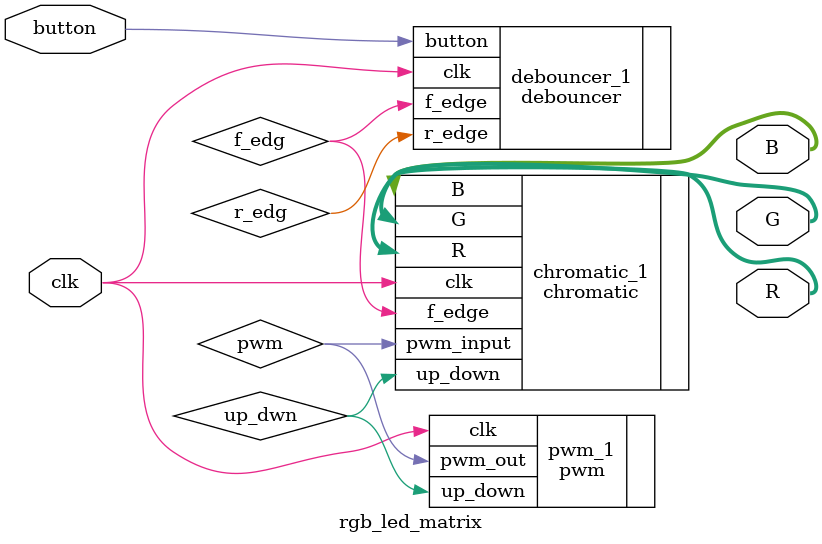
<source format=v>
/*
 * Title: CROMATIC RGB LED
 * File: rgb_led_cromatic.v
 * Name: Javier Jimenez
 * Date: 05.10.2017
 * Desc: Program that generates different combination
 * 		of colors in the RGB led matrix pcb.
 *
 */

module rgb_led_matrix(
	input 				clk,
	input					button,
	output[24:0]	R,
	output[24:0]	G,
	output[24:0]	B
);

	wire r_edg;
	wire f_edg;
  wire pwm;
  wire up_dwn;

	debouncer debouncer_1(
		.clk(clk),
		.button(button),
		.r_edge(r_edg),
		.f_edge(f_edg)
	);

	pwm pwm_1(
		.clk(clk),
		.pwm_out(pwm),
		.up_down(up_dwn)
	);

	chromatic chromatic_1(
		.clk(clk),
		.f_edge(f_edg),
		.pwm_input(pwm),
		.up_down(up_dwn),
		.R(R),
		.G(G),
		.B(B)
	);

endmodule

</source>
